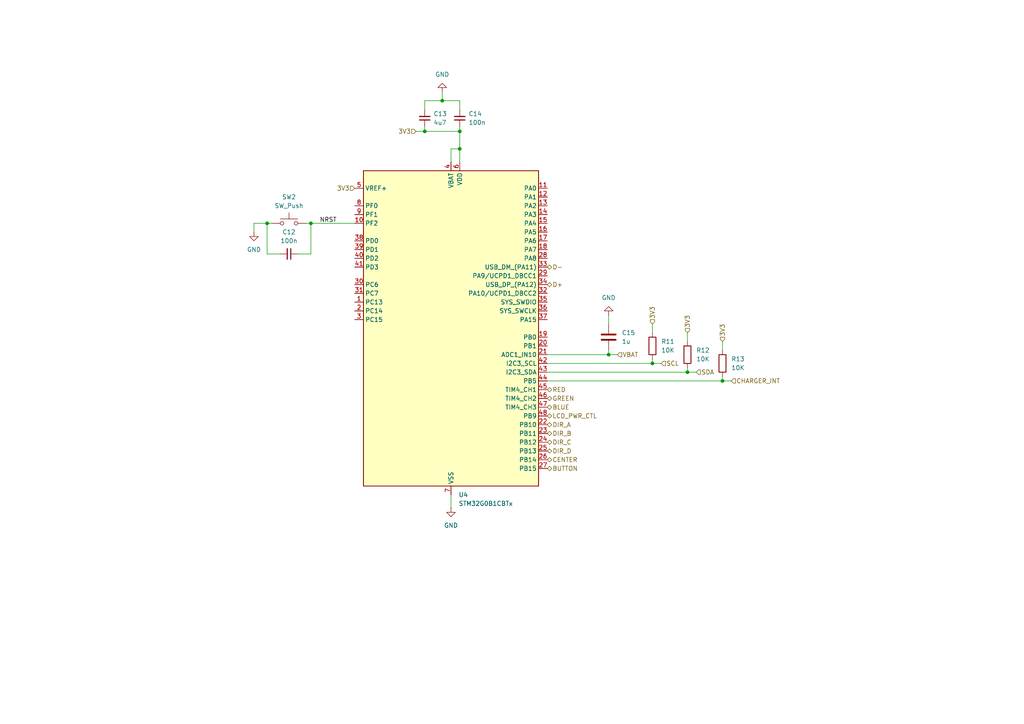
<source format=kicad_sch>
(kicad_sch (version 20231120) (generator "eeschema") (generator_version "8.0")
  (paper "A4")
  (lib_symbols
    (symbol "Device:C" (pin_numbers hide) (pin_names (offset 0.254))
      (property "Reference" "C" (at 0.635 2.54 0))
      (property "Value" "C" (at 0.635 -2.54 0))
      (symbol "C_0_1"
        (polyline (pts (xy -2.032 -0.762) (xy 2.032 -0.762)) (stroke (width 0.508)))
        (polyline (pts (xy -2.032 0.762) (xy 2.032 0.762)) (stroke (width 0.508)))
      )
      (symbol "C_1_1"
        (pin passive line (at 0 3.81 270) (length 2.794) (name "~") (number "1"))
        (pin passive line (at 0 -3.81 90) (length 2.794) (name "~") (number "2"))
      )
    )
    (symbol "Device:C_Small" (pin_numbers hide) (pin_names (offset 0.254) hide)
      (property "Reference" "C" (at 0.254 1.778 0))
      (property "Value" "C_Small" (at 0.254 -2.032 0))
      (symbol "C_Small_0_1"
        (polyline (pts (xy -1.524 -0.508) (xy 1.524 -0.508)) (stroke (width 0.3302)))
        (polyline (pts (xy -1.524 0.508) (xy 1.524 0.508)) (stroke (width 0.3048)))
      )
      (symbol "C_Small_1_1"
        (pin passive line (at 0 2.54 270) (length 2.032) (name "~") (number "1"))
        (pin passive line (at 0 -2.54 90) (length 2.032) (name "~") (number "2"))
      )
    )
    (symbol "Device:R" (pin_numbers hide) (pin_names (offset 0))
      (property "Reference" "R" (at 2.032 0 90))
      (property "Value" "R" (at 0 0 90))
      (symbol "R_0_1"
        (rectangle (start -1.016 -2.54) (end 1.016 2.54) (stroke (width 0.254)))
      )
      (symbol "R_1_1"
        (pin passive line (at 0 3.81 270) (length 1.27) (name "~") (number "1"))
        (pin passive line (at 0 -3.81 90) (length 1.27) (name "~") (number "2"))
      )
    )
    (symbol "MCU_ST_STM32G0:STM32G0B1CBTx"
      (property "Reference" "U" (at -25.4 46.99 0))
      (property "Value" "STM32G0B1CBTx" (at 5.08 46.99 0))
      (symbol "STM32G0B1CBTx_0_1"
        (rectangle (start -25.4 -45.72) (end 25.4 45.72) (stroke (width 0.254)) (fill (type background)))
      )
      (symbol "STM32G0B1CBTx_1_1"
        (pin bidirectional line (at -27.94 7.62 0) (length 2.54) (name "PC13") (number "1"))
        (pin bidirectional line (at -27.94 30.48 0) (length 2.54) (name "PF2") (number "10"))
        (pin bidirectional line (at 27.94 40.64 180) (length 2.54) (name "PA0") (number "11"))
        (pin bidirectional line (at 27.94 38.1 180) (length 2.54) (name "PA1") (number "12"))
        (pin bidirectional line (at 27.94 35.56 180) (length 2.54) (name "PA2") (number "13"))
        (pin bidirectional line (at 27.94 33.02 180) (length 2.54) (name "PA3") (number "14"))
        (pin bidirectional line (at 27.94 30.48 180) (length 2.54) (name "PA4") (number "15"))
        (pin bidirectional line (at 27.94 27.94 180) (length 2.54) (name "PA5") (number "16"))
        (pin bidirectional line (at 27.94 25.4 180) (length 2.54) (name "PA6") (number "17") (alternate "I2C3_SDA" bidirectional line))
        (pin bidirectional line (at 27.94 22.86 180) (length 2.54) (name "PA7") (number "18") (alternate "I2C3_SCL" bidirectional line))
        (pin bidirectional line (at 27.94 -2.54 180) (length 2.54) (name "PB0") (number "19"))
        (pin bidirectional line (at -27.94 5.08 0) (length 2.54) (name "PC14") (number "2"))
        (pin bidirectional line (at 27.94 -5.08 180) (length 2.54) (name "PB1") (number "20"))
        (pin bidirectional line (at 27.94 -7.62 180) (length 2.54) (name "PB2") (number "21") (alternate "ADC1_IN10" bidirectional line))
        (pin bidirectional line (at 27.94 -27.94 180) (length 2.54) (name "PB10") (number "22"))
        (pin bidirectional line (at 27.94 -30.48 180) (length 2.54) (name "PB11") (number "23"))
        (pin bidirectional line (at 27.94 -33.02 180) (length 2.54) (name "PB12") (number "24"))
        (pin bidirectional line (at 27.94 -35.56 180) (length 2.54) (name "PB13") (number "25"))
        (pin bidirectional line (at 27.94 -38.1 180) (length 2.54) (name "PB14") (number "26"))
        (pin bidirectional line (at 27.94 -40.64 180) (length 2.54) (name "PB15") (number "27"))
        (pin bidirectional line (at 27.94 20.32 180) (length 2.54) (name "PA8") (number "28"))
        (pin bidirectional line (at 27.94 15.24 180) (length 2.54) (name "PA9/UCPD1_DBCC1") (number "29"))
        (pin bidirectional line (at -27.94 2.54 0) (length 2.54) (name "PC15") (number "3"))
        (pin bidirectional line (at -27.94 12.7 0) (length 2.54) (name "PC6") (number "30"))
        (pin bidirectional line (at -27.94 10.16 0) (length 2.54) (name "PC7") (number "31"))
        (pin bidirectional line (at 27.94 10.16 180) (length 2.54) (name "PA10/UCPD1_DBCC2") (number "32"))
        (pin bidirectional line (at 27.94 17.78 180) (length 2.54) (name "PA9/PA11") (number "33") (alternate "USB_DM (PA11)" bidirectional line))
        (pin bidirectional line (at 27.94 12.7 180) (length 2.54) (name "PA10/PA12") (number "34") (alternate "USB_DP (PA12)" bidirectional line))
        (pin bidirectional line (at 27.94 7.62 180) (length 2.54) (name "PA13") (number "35") (alternate "SYS_SWDIO" bidirectional line))
        (pin bidirectional line (at 27.94 5.08 180) (length 2.54) (name "PA14") (number "36") (alternate "SYS_SWCLK" bidirectional line))
        (pin bidirectional line (at 27.94 2.54 180) (length 2.54) (name "PA15") (number "37"))
        (pin bidirectional line (at -27.94 25.4 0) (length 2.54) (name "PD0") (number "38"))
        (pin bidirectional line (at -27.94 22.86 0) (length 2.54) (name "PD1") (number "39"))
        (pin power_in line (at 0 48.26 270) (length 2.54) (name "VBAT") (number "4"))
        (pin bidirectional line (at -27.94 20.32 0) (length 2.54) (name "PD2") (number "40"))
        (pin bidirectional line (at -27.94 17.78 0) (length 2.54) (name "PD3") (number "41"))
        (pin bidirectional line (at 27.94 -10.16 180) (length 2.54) (name "PB3") (number "42") (alternate "I2C3_SCL" bidirectional line))
        (pin bidirectional line (at 27.94 -12.7 180) (length 2.54) (name "PB4") (number "43") (alternate "I2C3_SDA" bidirectional line))
        (pin bidirectional line (at 27.94 -15.24 180) (length 2.54) (name "PB5") (number "44"))
        (pin bidirectional line (at 27.94 -17.78 180) (length 2.54) (name "PB6") (number "45") (alternate "TIM4_CH1" bidirectional line))
        (pin bidirectional line (at 27.94 -20.32 180) (length 2.54) (name "PB7") (number "46") (alternate "TIM4_CH2" bidirectional line))
        (pin bidirectional line (at 27.94 -22.86 180) (length 2.54) (name "PB8") (number "47") (alternate "TIM4_CH3" bidirectional line))
        (pin bidirectional line (at 27.94 -25.4 180) (length 2.54) (name "PB9") (number "48"))
        (pin input line (at -27.94 40.64 0) (length 2.54) (name "VREF+") (number "5"))
        (pin power_in line (at 2.54 48.26 270) (length 2.54) (name "VDD") (number "6"))
        (pin power_in line (at 0 -48.26 90) (length 2.54) (name "VSS") (number "7"))
        (pin bidirectional line (at -27.94 35.56 0) (length 2.54) (name "PF0") (number "8"))
        (pin bidirectional line (at -27.94 33.02 0) (length 2.54) (name "PF1") (number "9"))
      )
    )
    (symbol "Switch:SW_Push" (pin_numbers hide) (pin_names (offset 1.016) hide)
      (property "Reference" "SW" (at 1.27 2.54 0))
      (property "Value" "SW_Push" (at 0 -1.524 0))
      (symbol "SW_Push_0_1"
        (circle (center -2.032 0) (radius 0.508))
        (polyline (pts (xy 0 1.27) (xy 0 3.048)))
        (polyline (pts (xy 2.54 1.27) (xy -2.54 1.27)))
        (circle (center 2.032 0) (radius 0.508))
        (pin passive line (at -5.08 0 0) (length 2.54) (name "1") (number "1"))
        (pin passive line (at 5.08 0 180) (length 2.54) (name "2") (number "2"))
      )
    )
    (symbol "power:GND" (power) (pin_numbers hide) (pin_names (offset 0) hide)
      (property "Value" "GND" (at 0 -3.81 0))
      (symbol "GND_0_1"
        (polyline (pts (xy 0 0) (xy 0 -1.27) (xy 1.27 -1.27) (xy 0 -2.54) (xy -1.27 -1.27) (xy 0 -1.27)))
      )
      (symbol "GND_1_1"
        (pin power_in line (at 0 0 270) (length 0) (name "~") (number "1"))
      )
    )
  )
  (junction (at 133.35 43.18))
  (junction (at 90.17 64.77))
  (junction (at 133.35 38.1))
  (junction (at 176.53 102.87))
  (junction (at 189.23 105.41))
  (junction (at 209.55 110.49))
  (junction (at 77.47 64.77))
  (junction (at 199.39 107.95))
  (junction (at 128.27 29.21))
  (junction (at 123.19 38.1))
  (wire (pts (xy 128.27 26.67) (xy 128.27 29.21)))
  (wire (pts (xy 199.39 107.95) (xy 201.93 107.95)))
  (wire (pts (xy 158.75 102.87) (xy 176.53 102.87)))
  (wire (pts (xy 189.23 104.14) (xy 189.23 105.41)))
  (wire (pts (xy 189.23 93.98) (xy 189.23 96.52)))
  (wire (pts (xy 77.47 73.66) (xy 77.47 64.77)))
  (wire (pts (xy 209.55 110.49) (xy 212.09 110.49)))
  (wire (pts (xy 90.17 64.77) (xy 88.9 64.77)))
  (wire (pts (xy 209.55 99.06) (xy 209.55 101.6)))
  (wire (pts (xy 90.17 64.77) (xy 102.87 64.77)))
  (wire (pts (xy 176.53 102.87) (xy 179.07 102.87)))
  (wire (pts (xy 130.81 43.18) (xy 133.35 43.18)))
  (wire (pts (xy 120.65 38.1) (xy 123.19 38.1)))
  (wire (pts (xy 128.27 29.21) (xy 123.19 29.21)))
  (wire (pts (xy 133.35 38.1) (xy 133.35 43.18)))
  (wire (pts (xy 158.75 105.41) (xy 189.23 105.41)))
  (wire (pts (xy 199.39 106.68) (xy 199.39 107.95)))
  (wire (pts (xy 189.23 105.41) (xy 191.77 105.41)))
  (wire (pts (xy 158.75 107.95) (xy 199.39 107.95)))
  (wire (pts (xy 209.55 109.22) (xy 209.55 110.49)))
  (wire (pts (xy 176.53 91.44) (xy 176.53 93.98)))
  (wire (pts (xy 77.47 64.77) (xy 78.74 64.77)))
  (wire (pts (xy 199.39 96.52) (xy 199.39 99.06)))
  (wire (pts (xy 73.66 64.77) (xy 73.66 67.31)))
  (wire (pts (xy 90.17 64.77) (xy 90.17 73.66)))
  (wire (pts (xy 81.28 73.66) (xy 77.47 73.66)))
  (wire (pts (xy 90.17 73.66) (xy 86.36 73.66)))
  (wire (pts (xy 133.35 36.83) (xy 133.35 38.1)))
  (wire (pts (xy 123.19 36.83) (xy 123.19 38.1)))
  (wire (pts (xy 130.81 46.99) (xy 130.81 43.18)))
  (wire (pts (xy 123.19 29.21) (xy 123.19 31.75)))
  (wire (pts (xy 133.35 31.75) (xy 133.35 29.21)))
  (wire (pts (xy 133.35 29.21) (xy 128.27 29.21)))
  (wire (pts (xy 158.75 110.49) (xy 209.55 110.49)))
  (wire (pts (xy 123.19 38.1) (xy 133.35 38.1)))
  (wire (pts (xy 73.66 64.77) (xy 77.47 64.77)))
  (wire (pts (xy 176.53 101.6) (xy 176.53 102.87)))
  (wire (pts (xy 133.35 43.18) (xy 133.35 46.99)))
  (wire (pts (xy 130.81 143.51) (xy 130.81 147.32)))
  (label "NRST" (at 92.71 64.77 0))
  (hierarchical_label "DIR_C" (shape bidirectional) (at 158.75 128.27 0))
  (hierarchical_label "CENTER" (shape bidirectional) (at 158.75 133.35 0))
  (hierarchical_label "GREEN" (shape bidirectional) (at 158.75 115.57 0))
  (hierarchical_label "BLUE" (shape bidirectional) (at 158.75 118.11 0))
  (hierarchical_label "SCL" (shape input) (at 191.77 105.41 0))
  (hierarchical_label "3V3" (shape input) (at 189.23 93.98 90))
  (hierarchical_label "LCD_PWR_CTL" (shape bidirectional) (at 158.75 120.65 0))
  (hierarchical_label "3V3" (shape input) (at 199.39 96.52 90))
  (hierarchical_label "3V3" (shape input) (at 102.87 54.61 180))
  (hierarchical_label "D+" (shape bidirectional) (at 158.75 82.55 0))
  (hierarchical_label "DIR_B" (shape bidirectional) (at 158.75 125.73 0))
  (hierarchical_label "DIR_A" (shape bidirectional) (at 158.75 123.19 0))
  (hierarchical_label "3V3" (shape input) (at 209.55 99.06 90))
  (hierarchical_label "DIR_D" (shape bidirectional) (at 158.75 130.81 0))
  (hierarchical_label "BUTTON" (shape bidirectional) (at 158.75 135.89 0))
  (hierarchical_label "RED" (shape bidirectional) (at 158.75 113.03 0))
  (hierarchical_label "CHARGER_INT" (shape input) (at 212.09 110.49 0))
  (hierarchical_label "D-" (shape bidirectional) (at 158.75 77.47 0))
  (hierarchical_label "VBAT" (shape input) (at 179.07 102.87 0))
  (hierarchical_label "3V3" (shape input) (at 120.65 38.1 180))
  (hierarchical_label "SDA" (shape input) (at 201.93 107.95 0))
  (symbol (lib_id "Device:R") (at 189.23 100.33 0) (unit 1)
    (property "Reference" "R11" (at 191.77 99.0599 0) (effects (justify left)))
    (property "Value" "10K" (at 191.77 101.5999 0) (effects (justify left)))
    (property "Description" "Resistor" (effects (hide yes)))
  )
  (symbol (lib_id "power:GND") (at 128.27 26.67 180) (unit 1)
    (property "Reference" "#PWR021" (effects (hide yes)))
    (property "Value" "GND" (at 128.27 21.59 0))
    (property "Description" "Power symbol creates a global label with name \"GND\" , ground" (effects (hide yes)))
  )
  (symbol (lib_id "power:GND") (at 73.66 67.31 0) (unit 1)
    (property "Reference" "#PWR020" (effects (hide yes)))
    (property "Value" "GND" (at 73.66 72.39 0))
    (property "Description" "Power symbol creates a global label with name \"GND\" , ground" (effects (hide yes)))
  )
  (symbol (lib_id "power:GND") (at 130.81 147.32 0) (unit 1)
    (property "Reference" "#PWR022" (effects (hide yes)))
    (property "Value" "GND" (at 130.81 152.4 0))
    (property "Description" "Power symbol creates a global label with name \"GND\" , ground" (effects (hide yes)))
  )
  (symbol (lib_id "power:GND") (at 176.53 91.44 180) (unit 1)
    (property "Reference" "#PWR023" (effects (hide yes)))
    (property "Value" "GND" (at 176.53 86.36 0))
    (property "Description" "Power symbol creates a global label with name \"GND\" , ground" (effects (hide yes)))
  )
  (symbol (lib_id "Switch:SW_Push") (at 83.82 64.77 0) (unit 1)
    (property "Reference" "SW2" (at 83.82 57.15 0))
    (property "Value" "SW_Push" (at 83.82 59.69 0))
    (property "Footprint" "Button_Switch_SMD:SW_SPST_PTS810" (effects (hide yes)))
    (property "Description" "Push button switch, generic, two pins" (effects (hide yes)))
  )
  (symbol (lib_id "Device:R") (at 209.55 105.41 0) (unit 1)
    (property "Reference" "R13" (at 212.09 104.1399 0) (effects (justify left)))
    (property "Value" "10K" (at 212.09 106.6799 0) (effects (justify left)))
    (property "Description" "Resistor" (effects (hide yes)))
  )
  (symbol (lib_id "Device:R") (at 199.39 102.87 0) (unit 1)
    (property "Reference" "R12" (at 201.93 101.5999 0) (effects (justify left)))
    (property "Value" "10K" (at 201.93 104.1399 0) (effects (justify left)))
    (property "Description" "Resistor" (effects (hide yes)))
  )
  (symbol (lib_id "Device:C") (at 176.53 97.79 0) (unit 1)
    (property "Reference" "C15" (at 180.34 96.5199 0) (effects (justify left)))
    (property "Value" "1u" (at 180.34 99.0599 0) (effects (justify left)))
    (property "Description" "Unpolarized capacitor" (effects (hide yes)))
  )
  (symbol (lib_id "MCU_ST_STM32G0:STM32G0B1CBTx") (at 130.81 95.25 0) (unit 1)
    (property "Reference" "U4" (at 133.0041 143.51 0) (effects (justify left)))
    (property "Value" "STM32G0B1CBTx" (at 133.0041 146.05 0) (effects (justify left)))
    (property "Footprint" "Package_QFP:LQFP-48_7x7mm_P0.5mm" (effects (hide yes)))
    (property "Datasheet" "https://www.st.com/resource/en/datasheet/stm32g0b1cb.pdf" (effects (hide yes)))
    (property "Description" "STMicroelectronics Arm Cortex-M0+ MCU, 128KB flash, 144KB RAM, 64 MHz, 1.7-3.6V, 44 GPIO, LQFP48" (effects (hide yes)))
    (property "JLCPCB" "C2847904" (effects (hide yes)))
    (pin "21" (alternate "ADC1_IN10"))
    (pin "36" (alternate "SYS_SWCLK"))
    (pin "42" (alternate "I2C3_SCL"))
    (pin "43" (alternate "I2C3_SDA"))
    (pin "45" (alternate "TIM4_CH1"))
    (pin "46" (alternate "TIM4_CH2"))
    (pin "47" (alternate "TIM4_CH3"))
    (pin "34" (alternate "USB_DP (PA12)"))
    (pin "35" (alternate "SYS_SWDIO"))
    (pin "33" (alternate "USB_DM (PA11)"))
  )
  (symbol (lib_id "Device:C_Small") (at 123.19 34.29 180) (unit 1)
    (property "Reference" "C13" (at 125.73 33.0135 0) (effects (justify right)))
    (property "Value" "4u7" (at 125.73 35.5535 0) (effects (justify right)))
    (property "Footprint" "Capacitor_SMD:C_0402_1005Metric" (effects (hide yes)))
    (property "Description" "Unpolarized capacitor, small symbol" (effects (hide yes)))
  )
  (symbol (lib_id "Device:C_Small") (at 133.35 34.29 180) (unit 1)
    (property "Reference" "C14" (at 135.89 33.0135 0) (effects (justify right)))
    (property "Value" "100n" (at 135.89 35.5535 0) (effects (justify right)))
    (property "Footprint" "Capacitor_SMD:C_0402_1005Metric" (effects (hide yes)))
    (property "Description" "Unpolarized capacitor, small symbol" (effects (hide yes)))
  )
  (symbol (lib_id "Device:C_Small") (at 83.82 73.66 270) (unit 1)
    (property "Reference" "C12" (at 83.8136 67.31 90))
    (property "Value" "100n" (at 83.8136 69.85 90))
    (property "Footprint" "Capacitor_SMD:C_0402_1005Metric" (effects (hide yes)))
    (property "Description" "Unpolarized capacitor, small symbol" (effects (hide yes)))
  )
)
</source>
